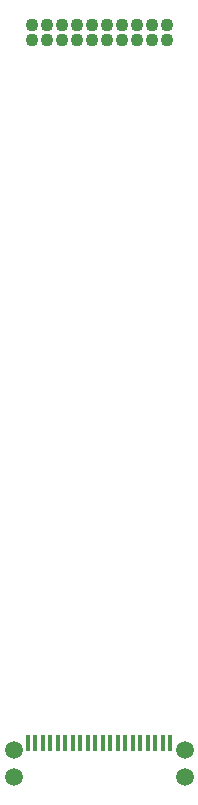
<source format=gts>
G04 #@! TF.FileFunction,Soldermask,Top*
%FSLAX46Y46*%
G04 Gerber Fmt 4.6, Leading zero omitted, Abs format (unit mm)*
G04 Created by KiCad (PCBNEW 4.1.0-alpha+201605071002+6776~44~ubuntu14.04.1-product) date Wed 29 Jun 2016 00:07:10 BST*
%MOMM*%
%LPD*%
G01*
G04 APERTURE LIST*
%ADD10C,0.100000*%
%ADD11C,1.500000*%
%ADD12R,0.380000X1.400000*%
%ADD13C,1.100000*%
G04 APERTURE END LIST*
D10*
D11*
X148760500Y-126540000D03*
X163239500Y-126540000D03*
X148760500Y-128790000D03*
X163239500Y-128790000D03*
D12*
X162032500Y-125890000D03*
X161397500Y-125890000D03*
X160762500Y-125890000D03*
X160127500Y-125890000D03*
X159492500Y-125890000D03*
X158857500Y-125890000D03*
X158222500Y-125890000D03*
X157587500Y-125890000D03*
X156952500Y-125890000D03*
X156317500Y-125890000D03*
X155682500Y-125890000D03*
X155047500Y-125890000D03*
X154412500Y-125890000D03*
X153777500Y-125890000D03*
X153142500Y-125890000D03*
X152507500Y-125890000D03*
X151872500Y-125890000D03*
X151237500Y-125890000D03*
X150602500Y-125890000D03*
X149967500Y-125890000D03*
D13*
X161715000Y-65159000D03*
X161715000Y-66429000D03*
X160445000Y-65159000D03*
X160445000Y-66429000D03*
X159175000Y-65159000D03*
X159175000Y-66429000D03*
X157905000Y-65159000D03*
X157905000Y-66429000D03*
X156635000Y-65159000D03*
X156635000Y-66429000D03*
X155365000Y-65159000D03*
X155365000Y-66429000D03*
X154095000Y-65159000D03*
X154095000Y-66429000D03*
X152825000Y-65159000D03*
X152825000Y-66429000D03*
X151555000Y-65159000D03*
X151555000Y-66429000D03*
X150285000Y-65159000D03*
X150285000Y-66429000D03*
M02*

</source>
